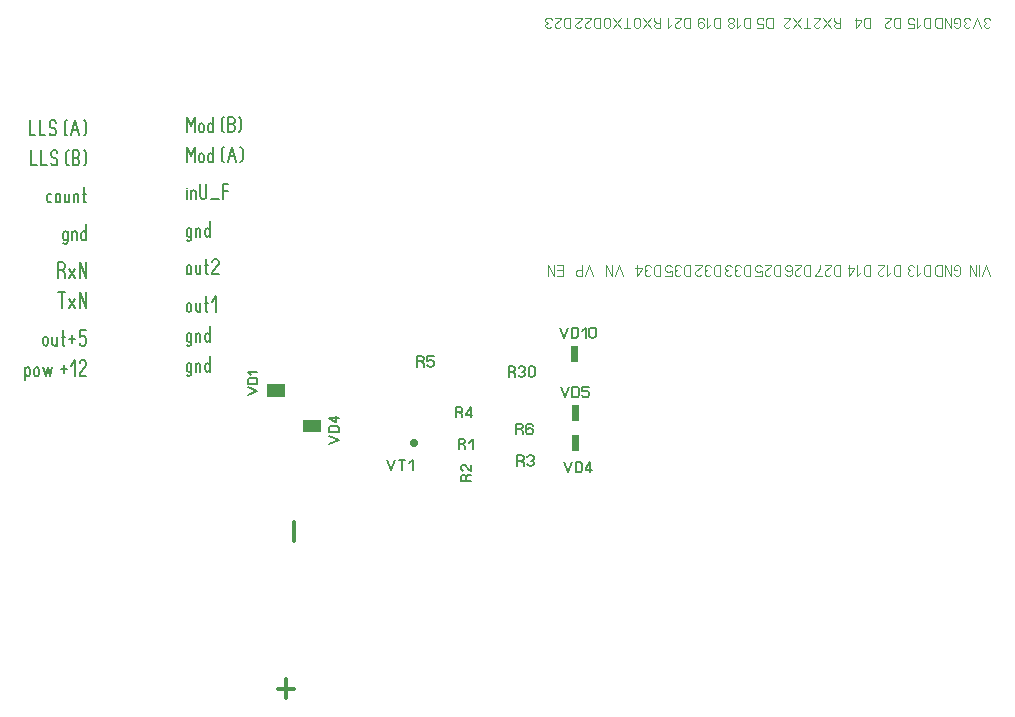
<source format=gbr>
%FSLAX34Y34*%
%MOMM*%
%LNSILK_TOP*%
G71*
G01*
%ADD10C, 0.33*%
%ADD11C, 0.11*%
%ADD12C, 0.00*%
%ADD13C, 0.14*%
%ADD14C, 0.16*%
%ADD15C, 0.70*%
%ADD16C, 0.17*%
%LPD*%
G54D10*
X245297Y190916D02*
X245297Y174916D01*
G54D10*
X238630Y57822D02*
X238630Y41822D01*
G54D10*
X231964Y49822D02*
X245297Y49822D01*
G54D11*
X834587Y399424D02*
X831254Y408313D01*
X827921Y399424D01*
G54D11*
X825476Y408313D02*
X825476Y399424D01*
G54D11*
X823032Y408313D02*
X823032Y399424D01*
X817699Y408313D01*
X817699Y399424D01*
G54D11*
X806520Y403868D02*
X803854Y403868D01*
X803854Y406646D01*
X804521Y407758D01*
X805854Y408313D01*
X807187Y408313D01*
X808521Y407757D01*
X809187Y406646D01*
X809187Y401090D01*
X808521Y399980D01*
X807187Y399424D01*
X805854Y399424D01*
X804521Y399980D01*
X803854Y401091D01*
G54D11*
X801410Y408313D02*
X801410Y399424D01*
X796077Y408313D01*
X796077Y399424D01*
G54D11*
X790300Y408313D02*
X793633Y408313D01*
X793633Y399424D01*
X790300Y399424D01*
X788967Y399980D01*
X788300Y401091D01*
X788300Y406646D01*
X788967Y407758D01*
X790300Y408313D01*
G54D11*
X780454Y408313D02*
X783787Y408313D01*
X783787Y399424D01*
X780454Y399424D01*
X779121Y399980D01*
X778454Y401090D01*
X778454Y406646D01*
X779121Y407758D01*
X780454Y408313D01*
G54D11*
X776010Y402758D02*
X772677Y399424D01*
X772677Y408313D01*
G54D11*
X770233Y401091D02*
X769567Y399980D01*
X768233Y399424D01*
X766900Y399424D01*
X765567Y399980D01*
X764900Y401090D01*
X764900Y402202D01*
X765567Y403313D01*
X766900Y403868D01*
X765567Y404424D01*
X764900Y405535D01*
X764900Y406646D01*
X765567Y407758D01*
X766900Y408313D01*
X768233Y408313D01*
X769567Y407757D01*
X770233Y406646D01*
G54D11*
X755054Y408313D02*
X758387Y408313D01*
X758387Y399424D01*
X755054Y399424D01*
X753721Y399980D01*
X753054Y401090D01*
X753054Y406646D01*
X753721Y407758D01*
X755054Y408313D01*
G54D11*
X750610Y402758D02*
X747277Y399424D01*
X747277Y408313D01*
G54D11*
X739500Y408313D02*
X744833Y408313D01*
X744833Y407758D01*
X744167Y406646D01*
X740167Y403313D01*
X739500Y402202D01*
X739500Y401090D01*
X740167Y399980D01*
X741500Y399424D01*
X742833Y399424D01*
X744167Y399980D01*
X744833Y401090D01*
G54D11*
X729654Y408313D02*
X732987Y408313D01*
X732987Y399424D01*
X729654Y399424D01*
X728321Y399980D01*
X727654Y401090D01*
X727654Y406646D01*
X728321Y407758D01*
X729654Y408313D01*
G54D11*
X725210Y402757D02*
X721877Y399424D01*
X721877Y408313D01*
G54D11*
X715433Y408313D02*
X715433Y399424D01*
X719434Y404980D01*
X719433Y406090D01*
X714100Y406091D01*
G54D11*
X704254Y408313D02*
X707587Y408313D01*
X707587Y399424D01*
X704254Y399424D01*
X702921Y399980D01*
X702254Y401090D01*
X702254Y406646D01*
X702920Y407757D01*
X704254Y408313D01*
G54D11*
X694477Y408313D02*
X699810Y408313D01*
X699810Y407757D01*
X699144Y406646D01*
X695144Y403313D01*
X694477Y402202D01*
X694477Y401091D01*
X695144Y399980D01*
X696477Y399424D01*
X697810Y399424D01*
X699144Y399980D01*
X699810Y401091D01*
G54D11*
X692033Y399424D02*
X686700Y399424D01*
X687367Y400535D01*
X688700Y402202D01*
X690034Y404424D01*
X690700Y406091D01*
X690700Y408313D01*
G54D11*
X678854Y408313D02*
X682187Y408313D01*
X682187Y399424D01*
X678854Y399424D01*
X677521Y399980D01*
X676854Y401091D01*
X676854Y406646D01*
X677521Y407758D01*
X678854Y408313D01*
G54D11*
X669077Y408313D02*
X674410Y408313D01*
X674410Y407757D01*
X673744Y406646D01*
X669744Y403313D01*
X669077Y402202D01*
X669077Y401091D01*
X669744Y399980D01*
X671077Y399424D01*
X672410Y399424D01*
X673744Y399980D01*
X674410Y401091D01*
G54D11*
X661300Y401090D02*
X661967Y399980D01*
X663300Y399424D01*
X664633Y399424D01*
X665967Y399980D01*
X666633Y401090D01*
X666633Y403868D01*
X666633Y404424D01*
X664633Y403313D01*
X663300Y403313D01*
X661967Y403868D01*
X661300Y404980D01*
X661300Y406646D01*
X661967Y407758D01*
X663300Y408313D01*
X664633Y408313D01*
X665967Y407758D01*
X666633Y406646D01*
X666633Y403868D01*
G54D11*
X653454Y408313D02*
X656787Y408313D01*
X656787Y399424D01*
X653454Y399424D01*
X652121Y399980D01*
X651454Y401091D01*
X651454Y406646D01*
X652120Y407758D01*
X653454Y408313D01*
G54D11*
X643677Y408313D02*
X649010Y408313D01*
X649010Y407758D01*
X648344Y406646D01*
X644344Y403313D01*
X643677Y402202D01*
X643677Y401090D01*
X644344Y399980D01*
X645677Y399424D01*
X647010Y399424D01*
X648343Y399980D01*
X649010Y401091D01*
G54D11*
X635900Y399424D02*
X641233Y399424D01*
X641233Y403313D01*
X640566Y403313D01*
X639233Y402758D01*
X637900Y402758D01*
X636566Y403313D01*
X635900Y404424D01*
X635900Y406646D01*
X636566Y407758D01*
X637900Y408313D01*
X639233Y408313D01*
X640566Y407757D01*
X641233Y406646D01*
G54D11*
X628054Y408313D02*
X631387Y408313D01*
X631387Y399424D01*
X628054Y399424D01*
X626721Y399980D01*
X626054Y401091D01*
X626054Y406646D01*
X626720Y407757D01*
X628054Y408313D01*
G54D11*
X623610Y401090D02*
X622944Y399980D01*
X621610Y399424D01*
X620277Y399424D01*
X618944Y399980D01*
X618277Y401091D01*
X618277Y402202D01*
X618944Y403313D01*
X620277Y403868D01*
X618944Y404424D01*
X618277Y405535D01*
X618277Y406646D01*
X618944Y407758D01*
X620277Y408313D01*
X621610Y408313D01*
X622944Y407757D01*
X623610Y406646D01*
G54D11*
X615833Y401090D02*
X615166Y399980D01*
X613833Y399424D01*
X612500Y399424D01*
X611167Y399980D01*
X610500Y401090D01*
X610500Y402202D01*
X611167Y403313D01*
X612500Y403868D01*
X611167Y404424D01*
X610500Y405535D01*
X610500Y406646D01*
X611166Y407757D01*
X612500Y408313D01*
X613833Y408313D01*
X615167Y407758D01*
X615833Y406646D01*
G54D11*
X602654Y408313D02*
X605988Y408313D01*
X605987Y399424D01*
X602654Y399424D01*
X601321Y399980D01*
X600654Y401090D01*
X600654Y406646D01*
X601321Y407758D01*
X602654Y408313D01*
G54D11*
X598210Y401091D02*
X597544Y399980D01*
X596210Y399424D01*
X594877Y399424D01*
X593544Y399980D01*
X592877Y401090D01*
X592877Y402202D01*
X593544Y403313D01*
X594877Y403868D01*
X593544Y404424D01*
X592877Y405536D01*
X592877Y406646D01*
X593544Y407758D01*
X594877Y408313D01*
X596210Y408313D01*
X597544Y407758D01*
X598210Y406646D01*
G54D11*
X585100Y408313D02*
X590433Y408313D01*
X590433Y407758D01*
X589767Y406646D01*
X585767Y403313D01*
X585100Y402202D01*
X585100Y401091D01*
X585767Y399980D01*
X587100Y399424D01*
X588433Y399424D01*
X589767Y399980D01*
X590433Y401090D01*
G54D11*
X577254Y408313D02*
X580587Y408313D01*
X580587Y399424D01*
X577254Y399424D01*
X575921Y399980D01*
X575254Y401091D01*
X575254Y406646D01*
X575921Y407758D01*
X577254Y408313D01*
G54D11*
X572810Y401090D02*
X572144Y399980D01*
X570810Y399424D01*
X569477Y399424D01*
X568144Y399980D01*
X567477Y401090D01*
X567477Y402202D01*
X568144Y403313D01*
X569477Y403869D01*
X568144Y404424D01*
X567477Y405535D01*
X567477Y406646D01*
X568144Y407758D01*
X569477Y408313D01*
X570810Y408313D01*
X572144Y407758D01*
X572810Y406646D01*
G54D11*
X559700Y399424D02*
X565033Y399424D01*
X565033Y403313D01*
X564367Y403313D01*
X563034Y402758D01*
X561700Y402758D01*
X560367Y403313D01*
X559700Y404424D01*
X559700Y406646D01*
X560367Y407757D01*
X561700Y408313D01*
X563033Y408313D01*
X564367Y407758D01*
X565033Y406646D01*
G54D11*
X551854Y408313D02*
X555187Y408313D01*
X555187Y399424D01*
X551854Y399424D01*
X550520Y399980D01*
X549854Y401091D01*
X549854Y406646D01*
X550521Y407758D01*
X551854Y408313D01*
G54D11*
X547410Y401090D02*
X546744Y399980D01*
X545410Y399424D01*
X544077Y399424D01*
X542744Y399980D01*
X542077Y401090D01*
X542077Y402202D01*
X542744Y403313D01*
X544077Y403869D01*
X542744Y404424D01*
X542077Y405535D01*
X542077Y406646D01*
X542744Y407757D01*
X544077Y408313D01*
X545410Y408313D01*
X546744Y407758D01*
X547410Y406646D01*
G54D11*
X535633Y408313D02*
X535633Y399424D01*
X539633Y404980D01*
X539633Y406091D01*
X534300Y406091D01*
G54D11*
X523437Y399424D02*
X520104Y408313D01*
X516771Y399424D01*
G54D11*
X514326Y408313D02*
X514326Y399424D01*
X508993Y408313D01*
X508993Y399424D01*
G54D11*
X498037Y399424D02*
X494704Y408313D01*
X491371Y399424D01*
G54D11*
X488926Y408313D02*
X488926Y399424D01*
X485593Y399424D01*
X484260Y399980D01*
X483593Y401091D01*
X483593Y402202D01*
X484260Y403313D01*
X485593Y403868D01*
X488926Y403869D01*
G54D11*
X467971Y408313D02*
X472637Y408313D01*
X472637Y399424D01*
X467971Y399424D01*
G54D11*
X472637Y403868D02*
X467971Y403868D01*
G54D11*
X465526Y408313D02*
X465526Y399424D01*
X460193Y408313D01*
X460193Y399424D01*
G54D11*
X834587Y610641D02*
X833921Y609530D01*
X832587Y608974D01*
X831254Y608974D01*
X829921Y609530D01*
X829254Y610641D01*
X829254Y611752D01*
X829920Y612863D01*
X831254Y613419D01*
X829921Y613974D01*
X829254Y615085D01*
X829254Y616196D01*
X829920Y617308D01*
X831254Y617863D01*
X832587Y617863D01*
X833921Y617307D01*
X834587Y616196D01*
G54D11*
X826810Y608974D02*
X823477Y617863D01*
X820144Y608974D01*
G54D11*
X817699Y610640D02*
X817033Y609530D01*
X815699Y608974D01*
X814366Y608974D01*
X813033Y609530D01*
X812366Y610641D01*
X812366Y611752D01*
X813033Y612863D01*
X814366Y613418D01*
X813033Y613974D01*
X812366Y615085D01*
X812366Y616196D01*
X813033Y617307D01*
X814366Y617863D01*
X815699Y617863D01*
X817033Y617308D01*
X817699Y616196D01*
G54D11*
X806521Y613418D02*
X803854Y613419D01*
X803854Y616196D01*
X804520Y617308D01*
X805854Y617863D01*
X807187Y617863D01*
X808521Y617308D01*
X809187Y616196D01*
X809187Y610641D01*
X808521Y609530D01*
X807187Y608974D01*
X805854Y608974D01*
X804521Y609530D01*
X803854Y610641D01*
G54D11*
X801410Y617863D02*
X801410Y608974D01*
X796077Y617863D01*
X796077Y608974D01*
G54D11*
X790300Y617863D02*
X793633Y617863D01*
X793633Y608974D01*
X790300Y608974D01*
X788967Y609530D01*
X788300Y610641D01*
X788300Y616196D01*
X788966Y617308D01*
X790300Y617863D01*
G54D11*
X780454Y617863D02*
X783787Y617863D01*
X783787Y608974D01*
X780454Y608974D01*
X779121Y609530D01*
X778454Y610641D01*
X778454Y616196D01*
X779121Y617308D01*
X780454Y617863D01*
G54D11*
X776010Y612308D02*
X772677Y608974D01*
X772677Y617863D01*
G54D11*
X764900Y608974D02*
X770233Y608974D01*
X770233Y612863D01*
X769567Y612863D01*
X768233Y612308D01*
X766900Y612307D01*
X765567Y612863D01*
X764900Y613974D01*
X764900Y616196D01*
X765567Y617308D01*
X766900Y617863D01*
X768233Y617863D01*
X769566Y617308D01*
X770233Y616196D01*
G54D11*
X755054Y617863D02*
X758387Y617863D01*
X758387Y608974D01*
X755054Y608974D01*
X753721Y609530D01*
X753054Y610641D01*
X753054Y616196D01*
X753721Y617308D01*
X755054Y617863D01*
G54D11*
X745277Y617863D02*
X750610Y617863D01*
X750610Y617308D01*
X749944Y616196D01*
X745944Y612863D01*
X745277Y611752D01*
X745277Y610641D01*
X745944Y609530D01*
X747277Y608974D01*
X748610Y608974D01*
X749944Y609530D01*
X750610Y610641D01*
G54D11*
X729654Y617863D02*
X732987Y617863D01*
X732987Y608974D01*
X729654Y608974D01*
X728321Y609530D01*
X727654Y610641D01*
X727654Y616196D01*
X728321Y617308D01*
X729654Y617863D01*
G54D11*
X721210Y617863D02*
X721210Y608974D01*
X725210Y614530D01*
X725210Y615641D01*
X719877Y615641D01*
G54D11*
X704921Y613418D02*
X702921Y614530D01*
X702254Y615641D01*
X702254Y617863D01*
G54D11*
X707587Y617863D02*
X707587Y608974D01*
X704254Y608974D01*
X702921Y609530D01*
X702254Y610641D01*
X702254Y611752D01*
X702921Y612863D01*
X704254Y613418D01*
X707587Y613418D01*
G54D11*
X699810Y608974D02*
X693144Y617863D01*
G54D11*
X699810Y617863D02*
X693144Y608974D01*
G54D11*
X685366Y617863D02*
X690699Y617863D01*
X690699Y617308D01*
X690033Y616196D01*
X686033Y612863D01*
X685366Y611752D01*
X685366Y610641D01*
X686033Y609530D01*
X687366Y608974D01*
X688700Y608974D01*
X690033Y609530D01*
X690699Y610641D01*
G54D11*
X679521Y617863D02*
X679521Y608974D01*
G54D11*
X682187Y608974D02*
X676854Y608974D01*
G54D11*
X674410Y608974D02*
X667744Y617863D01*
G54D11*
X674410Y617863D02*
X667744Y608974D01*
G54D11*
X659966Y617863D02*
X665299Y617863D01*
X665299Y617308D01*
X664633Y616196D01*
X660633Y612863D01*
X659966Y611752D01*
X659966Y610641D01*
X660633Y609530D01*
X661966Y608974D01*
X663299Y608974D01*
X664633Y609530D01*
X665299Y610641D01*
G54D11*
X647104Y617863D02*
X650437Y617863D01*
X650437Y608974D01*
X647104Y608974D01*
X645770Y609530D01*
X645104Y610641D01*
X645104Y616196D01*
X645770Y617308D01*
X647104Y617863D01*
G54D11*
X637327Y608974D02*
X642660Y608974D01*
X642660Y612863D01*
X641994Y612863D01*
X640660Y612308D01*
X639327Y612308D01*
X637994Y612863D01*
X637327Y613974D01*
X637327Y616196D01*
X637993Y617308D01*
X639327Y617863D01*
X640660Y617863D01*
X641994Y617308D01*
X642660Y616196D01*
G54D11*
X628054Y617863D02*
X631387Y617863D01*
X631387Y608974D01*
X628054Y608974D01*
X626721Y609530D01*
X626054Y610641D01*
X626054Y616196D01*
X626720Y617308D01*
X628054Y617863D01*
G54D11*
X623610Y612308D02*
X620277Y608974D01*
X620277Y617863D01*
G54D11*
X613167Y612863D02*
X614500Y613418D01*
X615833Y613418D01*
X617167Y612863D01*
X617833Y611752D01*
X617833Y610641D01*
X617167Y609530D01*
X615833Y608974D01*
X614500Y608974D01*
X613167Y609530D01*
X612500Y610641D01*
X612500Y611752D01*
X613167Y612863D01*
G54D11*
X614500Y613418D02*
X613167Y613974D01*
X612500Y615085D01*
X612500Y616196D01*
X613166Y617308D01*
X614500Y617863D01*
X615833Y617863D01*
X617167Y617308D01*
X617833Y616196D01*
X617833Y615085D01*
X617167Y613974D01*
X615833Y613418D01*
G54D11*
X602654Y617863D02*
X605988Y617863D01*
X605987Y608974D01*
X602654Y608974D01*
X601321Y609530D01*
X600654Y610641D01*
X600654Y616196D01*
X601321Y617308D01*
X602654Y617863D01*
G54D11*
X598210Y612308D02*
X594877Y608974D01*
X594877Y617863D01*
G54D11*
X592433Y616196D02*
X591767Y617307D01*
X590433Y617863D01*
X589100Y617863D01*
X587767Y617308D01*
X587100Y616196D01*
X587100Y613419D01*
X587100Y612863D01*
X589100Y613974D01*
X590433Y613974D01*
X591767Y613418D01*
X592434Y612308D01*
X592433Y610641D01*
X591767Y609530D01*
X590433Y608974D01*
X589100Y608974D01*
X587767Y609530D01*
X587100Y610641D01*
X587100Y613419D01*
G54D11*
X577254Y617863D02*
X580587Y617863D01*
X580587Y608974D01*
X577254Y608974D01*
X575921Y609530D01*
X575254Y610641D01*
X575254Y616196D01*
X575921Y617308D01*
X577254Y617863D01*
G54D11*
X567477Y617863D02*
X572810Y617863D01*
X572810Y617308D01*
X572144Y616196D01*
X568144Y612863D01*
X567477Y611752D01*
X567477Y610641D01*
X568144Y609530D01*
X569477Y608974D01*
X570810Y608974D01*
X572144Y609530D01*
X572810Y610641D01*
G54D11*
X565033Y612308D02*
X561700Y608974D01*
X561700Y617863D01*
G54D11*
X552521Y613418D02*
X550520Y614530D01*
X549854Y615640D01*
X549854Y617863D01*
G54D11*
X555187Y617863D02*
X555187Y608974D01*
X551854Y608974D01*
X550521Y609530D01*
X549854Y610641D01*
X549854Y611752D01*
X550521Y612863D01*
X551854Y613418D01*
X555187Y613418D01*
G54D11*
X547410Y608974D02*
X540744Y617863D01*
G54D11*
X547410Y617863D02*
X540744Y608974D01*
G54D11*
X533633Y609530D02*
X532966Y610641D01*
X532966Y616196D01*
X533633Y617308D01*
X534966Y617863D01*
X536299Y617863D01*
X537633Y617308D01*
X538299Y616196D01*
X538299Y610641D01*
X537633Y609530D01*
X536299Y608974D01*
X534966Y608974D01*
X533633Y609530D01*
G54D11*
X527121Y617863D02*
X527121Y608974D01*
G54D11*
X529787Y608974D02*
X524454Y608974D01*
G54D11*
X522010Y608974D02*
X515344Y617863D01*
G54D11*
X522010Y617863D02*
X515344Y608974D01*
G54D11*
X508233Y609530D02*
X507566Y610641D01*
X507566Y616196D01*
X508233Y617308D01*
X509566Y617863D01*
X510899Y617863D01*
X512233Y617308D01*
X512899Y616196D01*
X512899Y610641D01*
X512232Y609530D01*
X510899Y608974D01*
X509566Y608974D01*
X508233Y609530D01*
G54D11*
X501054Y617863D02*
X504387Y617863D01*
X504387Y608974D01*
X501054Y608974D01*
X499721Y609530D01*
X499054Y610641D01*
X499054Y616196D01*
X499721Y617308D01*
X501054Y617863D01*
G54D11*
X491277Y617863D02*
X496610Y617863D01*
X496610Y617308D01*
X495944Y616196D01*
X491944Y612863D01*
X491277Y611752D01*
X491277Y610641D01*
X491944Y609530D01*
X493277Y608974D01*
X494610Y608974D01*
X495944Y609530D01*
X496610Y610641D01*
G54D11*
X483500Y617863D02*
X488833Y617863D01*
X488833Y617308D01*
X488167Y616196D01*
X484167Y612863D01*
X483500Y611752D01*
X483500Y610641D01*
X484167Y609530D01*
X485500Y608974D01*
X486833Y608974D01*
X488167Y609530D01*
X488833Y610641D01*
G54D11*
X475654Y617863D02*
X478987Y617863D01*
X478987Y608974D01*
X475654Y608974D01*
X474321Y609530D01*
X473654Y610641D01*
X473654Y616196D01*
X474321Y617308D01*
X475654Y617863D01*
G54D11*
X465877Y617863D02*
X471210Y617863D01*
X471210Y617308D01*
X470544Y616196D01*
X466544Y612863D01*
X465877Y611752D01*
X465877Y610641D01*
X466544Y609530D01*
X467877Y608974D01*
X469210Y608974D01*
X470544Y609530D01*
X471210Y610641D01*
G54D11*
X463433Y610641D02*
X462767Y609530D01*
X461433Y608974D01*
X460100Y608974D01*
X458767Y609530D01*
X458100Y610641D01*
X458100Y611752D01*
X458767Y612863D01*
X460100Y613418D01*
X458767Y613974D01*
X458100Y615085D01*
X458100Y616196D01*
X458767Y617308D01*
X460100Y617863D01*
X461433Y617863D01*
X462766Y617308D01*
X463433Y616196D01*
G36*
X236370Y297261D02*
X222369Y297261D01*
X222369Y307261D01*
X236370Y307261D01*
X236370Y297261D01*
G37*
G54D12*
X236370Y297261D02*
X222369Y297261D01*
X222369Y307261D01*
X236370Y307261D01*
X236370Y297261D01*
G54D13*
X206165Y298712D02*
X214165Y301712D01*
X206165Y304712D01*
G54D13*
X214165Y310512D02*
X214165Y307512D01*
X206165Y307512D01*
X206165Y310512D01*
X206665Y311712D01*
X207665Y312312D01*
X212665Y312312D01*
X213665Y311712D01*
X214165Y310512D01*
G54D13*
X209165Y315112D02*
X206165Y318112D01*
X214165Y318112D01*
G36*
X253151Y277443D02*
X267151Y277443D01*
X267151Y267443D01*
X253151Y267443D01*
X253151Y277443D01*
G37*
G54D12*
X253151Y277443D02*
X267151Y277443D01*
X267151Y267443D01*
X253151Y267443D01*
X253151Y277443D01*
G54D14*
X274468Y256944D02*
X283357Y260277D01*
X274468Y263611D01*
G54D14*
X283357Y270055D02*
X283357Y266722D01*
X274468Y266722D01*
X274468Y270055D01*
X275023Y271389D01*
X276134Y272055D01*
X281690Y272055D01*
X282801Y271389D01*
X283357Y270055D01*
G54D14*
X283357Y279166D02*
X274468Y279166D01*
X280023Y275166D01*
X281134Y275166D01*
X281134Y280499D01*
X346400Y257500D02*
G54D15*
D03*
G54D14*
X324106Y243725D02*
X327439Y234836D01*
X330773Y243725D01*
G54D14*
X336551Y234836D02*
X336551Y243725D01*
G54D14*
X333884Y243725D02*
X339217Y243725D01*
G54D14*
X342328Y240392D02*
X345661Y243725D01*
X345661Y234836D01*
G54D14*
X352416Y326832D02*
X354416Y325720D01*
X355083Y324610D01*
X355083Y322387D01*
G54D14*
X349750Y322387D02*
X349750Y331276D01*
X353083Y331276D01*
X354416Y330720D01*
X355083Y329610D01*
X355083Y328498D01*
X354416Y327387D01*
X353083Y326832D01*
X349750Y326832D01*
G54D14*
X363527Y331276D02*
X358194Y331276D01*
X358194Y327387D01*
X358860Y327387D01*
X360194Y327943D01*
X361527Y327943D01*
X362860Y327387D01*
X363527Y326276D01*
X363527Y324054D01*
X362860Y322943D01*
X361527Y322387D01*
X360194Y322387D01*
X358860Y322943D01*
X358194Y324054D01*
G54D14*
X385104Y283764D02*
X387104Y282653D01*
X387771Y281542D01*
X387771Y279320D01*
G54D14*
X382438Y279320D02*
X382438Y288209D01*
X385771Y288209D01*
X387104Y287653D01*
X387771Y286542D01*
X387771Y285431D01*
X387104Y284320D01*
X385771Y283764D01*
X382438Y283764D01*
G54D14*
X394882Y279320D02*
X394882Y288209D01*
X390882Y282653D01*
X390882Y281542D01*
X396215Y281542D01*
G54D14*
X387275Y256910D02*
X389275Y255800D01*
X389942Y254688D01*
X389942Y252466D01*
G54D14*
X384608Y252466D02*
X384608Y261355D01*
X387942Y261355D01*
X389275Y260800D01*
X389942Y259688D01*
X389942Y258577D01*
X389275Y257466D01*
X387942Y256910D01*
X384608Y256910D01*
G54D14*
X393052Y258022D02*
X396386Y261355D01*
X396386Y252466D01*
G54D14*
X390939Y228241D02*
X392050Y230241D01*
X393161Y230908D01*
X395383Y230908D01*
G54D14*
X395383Y225574D02*
X386494Y225574D01*
X386494Y228908D01*
X387050Y230241D01*
X388161Y230908D01*
X389272Y230908D01*
X390383Y230241D01*
X390939Y228908D01*
X390939Y225574D01*
G54D14*
X395383Y239352D02*
X395383Y234018D01*
X394828Y234018D01*
X393716Y234685D01*
X390383Y238685D01*
X389272Y239352D01*
X388161Y239352D01*
X387050Y238685D01*
X386494Y237352D01*
X386494Y236018D01*
X387050Y234685D01*
X388161Y234018D01*
G54D14*
X436925Y242739D02*
X438925Y241628D01*
X439591Y240517D01*
X439591Y238294D01*
G54D14*
X434258Y238294D02*
X434258Y247183D01*
X437591Y247183D01*
X438925Y246628D01*
X439591Y245517D01*
X439591Y244406D01*
X438925Y243294D01*
X437591Y242739D01*
X434258Y242739D01*
G54D14*
X442702Y245517D02*
X443369Y246628D01*
X444702Y247183D01*
X446035Y247183D01*
X447369Y246628D01*
X448035Y245517D01*
X448035Y244406D01*
X447369Y243294D01*
X446035Y242739D01*
X447369Y242183D01*
X448035Y241072D01*
X448035Y239961D01*
X447369Y238850D01*
X446035Y238294D01*
X444702Y238294D01*
X443369Y238850D01*
X442702Y239961D01*
G36*
X480480Y251471D02*
X480480Y264171D01*
X486080Y264171D01*
X486080Y251471D01*
X480480Y251471D01*
G37*
G54D12*
X480480Y251471D02*
X480480Y264171D01*
X486080Y264171D01*
X486080Y251471D01*
X480480Y251471D01*
G54D14*
X473989Y241680D02*
X477323Y232791D01*
X480656Y241680D01*
G54D14*
X487101Y232791D02*
X483767Y232791D01*
X483767Y241680D01*
X487101Y241680D01*
X488434Y241124D01*
X489101Y240013D01*
X489101Y234458D01*
X488434Y233346D01*
X487101Y232791D01*
G54D14*
X496211Y232791D02*
X496211Y241680D01*
X492211Y236124D01*
X492211Y235013D01*
X497545Y235013D01*
G54D14*
X429535Y318158D02*
X431535Y317047D01*
X432202Y315936D01*
X432202Y313714D01*
G54D14*
X426869Y313714D02*
X426869Y322603D01*
X430202Y322603D01*
X431535Y322047D01*
X432202Y320936D01*
X432202Y319825D01*
X431535Y318714D01*
X430202Y318158D01*
X426869Y318158D01*
G54D14*
X435313Y320936D02*
X435979Y322047D01*
X437313Y322603D01*
X438646Y322603D01*
X439979Y322047D01*
X440646Y320936D01*
X440646Y319825D01*
X439979Y318714D01*
X438646Y318158D01*
X439979Y317603D01*
X440646Y316492D01*
X440646Y315381D01*
X439979Y314270D01*
X438646Y313714D01*
X437313Y313714D01*
X435979Y314270D01*
X435313Y315381D01*
G54D14*
X448423Y322047D02*
X449090Y320936D01*
X449090Y315381D01*
X448423Y314270D01*
X447090Y313714D01*
X445757Y313714D01*
X444423Y314270D01*
X443757Y315381D01*
X443757Y320936D01*
X444423Y322047D01*
X445757Y322603D01*
X447090Y322603D01*
X448423Y322047D01*
G36*
X479405Y339999D02*
X479405Y327299D01*
X485005Y327299D01*
X485005Y339999D01*
X479405Y339999D01*
G37*
G54D12*
X479405Y339999D02*
X479405Y327299D01*
X485005Y327299D01*
X485005Y339999D01*
X479405Y339999D01*
G54D14*
X470505Y355468D02*
X473838Y346579D01*
X477172Y355468D01*
G54D14*
X483616Y346579D02*
X480283Y346579D01*
X480283Y355468D01*
X483616Y355468D01*
X484950Y354912D01*
X485616Y353801D01*
X485616Y348246D01*
X484950Y347134D01*
X483616Y346579D01*
G54D14*
X488727Y352134D02*
X492060Y355468D01*
X492060Y346579D01*
G54D14*
X499838Y354912D02*
X500504Y353801D01*
X500504Y348246D01*
X499838Y347134D01*
X498504Y346579D01*
X497171Y346579D01*
X495838Y347134D01*
X495171Y348246D01*
X495171Y353801D01*
X495838Y354912D01*
X497171Y355468D01*
X498504Y355468D01*
X499838Y354912D01*
G54D14*
X436244Y269499D02*
X438244Y268388D01*
X438910Y267277D01*
X438910Y265055D01*
G54D14*
X433577Y265055D02*
X433577Y273944D01*
X436910Y273944D01*
X438244Y273388D01*
X438910Y272277D01*
X438910Y271166D01*
X438244Y270055D01*
X436910Y269499D01*
X433577Y269499D01*
G54D14*
X447354Y272277D02*
X446688Y273388D01*
X445354Y273944D01*
X444021Y273944D01*
X442688Y273388D01*
X442021Y272277D01*
X442021Y269499D01*
X442021Y268944D01*
X444021Y270055D01*
X445354Y270055D01*
X446688Y269499D01*
X447354Y268388D01*
X447354Y266722D01*
X446688Y265610D01*
X445354Y265055D01*
X444021Y265055D01*
X442688Y265610D01*
X442021Y266722D01*
X442021Y269499D01*
G36*
X480480Y276871D02*
X480480Y289571D01*
X486080Y289571D01*
X486080Y276871D01*
X480480Y276871D01*
G37*
G54D12*
X480480Y276871D02*
X480480Y289571D01*
X486080Y289571D01*
X486080Y276871D01*
X480480Y276871D01*
G54D14*
X471210Y305280D02*
X474544Y296391D01*
X477877Y305280D01*
G54D14*
X484322Y296391D02*
X480988Y296391D01*
X480988Y305280D01*
X484322Y305280D01*
X485655Y304724D01*
X486322Y303613D01*
X486322Y298057D01*
X485655Y296946D01*
X484322Y296391D01*
G54D14*
X494766Y305280D02*
X489432Y305280D01*
X489432Y301391D01*
X490099Y301391D01*
X491432Y301946D01*
X492766Y301946D01*
X494099Y301391D01*
X494766Y300280D01*
X494766Y298057D01*
X494099Y296946D01*
X492766Y296391D01*
X491432Y296391D01*
X490099Y296946D01*
X489432Y298057D01*
G54D16*
X17608Y321881D02*
X17608Y311047D01*
G54D16*
X17608Y316881D02*
X18275Y314714D01*
X19608Y314381D01*
X20941Y314714D01*
X21608Y316381D01*
X21608Y319714D01*
X20941Y321381D01*
X19608Y321881D01*
X18275Y321381D01*
X17608Y319381D01*
G54D16*
X28608Y314714D02*
X29275Y316381D01*
X29275Y319714D01*
X28608Y321381D01*
X27275Y321881D01*
X25942Y321381D01*
X25275Y319714D01*
X25275Y316381D01*
X25942Y314714D01*
X27275Y314381D01*
X28608Y314714D01*
G54D16*
X32942Y321881D02*
X34942Y314381D01*
X36942Y321881D01*
X38942Y314381D01*
X40275Y321881D01*
G54D16*
X47742Y320214D02*
X53075Y320214D01*
G54D16*
X50409Y323547D02*
X50409Y316881D01*
G54D16*
X56742Y322714D02*
X60075Y327714D01*
X60075Y314381D01*
G54D16*
X69075Y314381D02*
X63742Y314381D01*
X63742Y315214D01*
X64409Y316881D01*
X68409Y321881D01*
X69075Y323547D01*
X69075Y325214D01*
X68409Y326881D01*
X67075Y327714D01*
X65742Y327714D01*
X64409Y326881D01*
X63742Y325214D01*
G54D16*
X36407Y340485D02*
X37073Y342152D01*
X37073Y345485D01*
X36407Y347152D01*
X35073Y347652D01*
X33740Y347152D01*
X33073Y345485D01*
X33073Y342152D01*
X33740Y340485D01*
X35073Y340152D01*
X36407Y340485D01*
G54D16*
X44740Y347652D02*
X44740Y340152D01*
G54D16*
X44740Y341819D02*
X44074Y340485D01*
X42740Y340152D01*
X41407Y340485D01*
X40740Y341819D01*
X40740Y347652D01*
G54D16*
X49741Y353485D02*
X49741Y340985D01*
X50407Y340152D01*
X51074Y340485D01*
G54D16*
X48407Y347652D02*
X51074Y347652D01*
G54D16*
X54741Y345985D02*
X60075Y345985D01*
G54D16*
X57408Y349319D02*
X57408Y342652D01*
G54D16*
X69075Y353485D02*
X63741Y353485D01*
X63741Y347652D01*
X64408Y347652D01*
X65741Y348485D01*
X67075Y348485D01*
X68408Y347652D01*
X69075Y345985D01*
X69075Y342652D01*
X68408Y340985D01*
X67075Y340152D01*
X65741Y340152D01*
X64408Y340985D01*
X63741Y342652D01*
G54D16*
X154373Y463984D02*
X154373Y471484D01*
G54D16*
X154373Y473984D02*
X154373Y473984D01*
G54D16*
X158040Y463984D02*
X158040Y471484D01*
G54D16*
X158040Y469818D02*
X158707Y470984D01*
X160040Y471484D01*
X161374Y470984D01*
X162040Y469818D01*
X162040Y463984D01*
G54D16*
X165707Y477318D02*
X165707Y466484D01*
X166374Y464818D01*
X167707Y463984D01*
X169040Y463984D01*
X170374Y464818D01*
X171040Y466484D01*
X171040Y477318D01*
G54D16*
X174707Y463984D02*
X181374Y463984D01*
G54D16*
X185041Y463984D02*
X185041Y477318D01*
X189708Y477318D01*
G54D16*
X185041Y470651D02*
X189708Y470651D01*
G54D16*
X48408Y404066D02*
X50408Y402400D01*
X51075Y400733D01*
X51075Y397400D01*
G54D16*
X45742Y397400D02*
X45742Y410733D01*
X49075Y410733D01*
X50408Y409900D01*
X51075Y408233D01*
X51075Y406566D01*
X50408Y404900D01*
X49075Y404066D01*
X45742Y404066D01*
G54D16*
X54742Y404900D02*
X60075Y397400D01*
G54D16*
X54742Y397400D02*
X60075Y404900D01*
G54D16*
X63742Y397400D02*
X63742Y410733D01*
X69075Y397400D01*
X69075Y410733D01*
G54D16*
X48408Y372000D02*
X48408Y385333D01*
G54D16*
X45742Y385333D02*
X51075Y385333D01*
G54D16*
X54742Y379500D02*
X60075Y372000D01*
G54D16*
X54742Y372000D02*
X60075Y379500D01*
G54D16*
X63742Y372000D02*
X63742Y385333D01*
X69075Y372000D01*
X69075Y385333D01*
G54D16*
X39742Y468321D02*
X38409Y468821D01*
X37076Y468321D01*
X36409Y466654D01*
X36409Y463321D01*
X37076Y461654D01*
X38409Y461321D01*
X39742Y461654D01*
G54D16*
X46742Y461654D02*
X47409Y463321D01*
X47409Y466654D01*
X46742Y468321D01*
X45409Y468821D01*
X44076Y468321D01*
X43409Y466654D01*
X43409Y463321D01*
X44076Y461654D01*
X45409Y461321D01*
X46742Y461654D01*
G54D16*
X55076Y468821D02*
X55076Y461321D01*
G54D16*
X55076Y462988D02*
X54409Y461654D01*
X53076Y461321D01*
X51743Y461654D01*
X51076Y462988D01*
X51076Y468821D01*
G54D16*
X58743Y461321D02*
X58743Y468821D01*
G54D16*
X58743Y467154D02*
X59410Y468321D01*
X60743Y468821D01*
X62076Y468321D01*
X62743Y467154D01*
X62743Y461321D01*
G54D16*
X67743Y474654D02*
X67743Y462154D01*
X68410Y461321D01*
X69077Y461654D01*
G54D16*
X66410Y468821D02*
X69077Y468821D01*
G54D16*
X49741Y427071D02*
X51074Y426238D01*
X52008Y426238D01*
X53341Y427071D01*
X53741Y428738D01*
X53741Y437071D01*
G54D16*
X53741Y434904D02*
X53074Y436571D01*
X51741Y437071D01*
X50408Y436571D01*
X49741Y434904D01*
X49741Y431571D01*
X50408Y429904D01*
X51741Y429571D01*
X53074Y429904D01*
X53741Y431571D01*
G54D16*
X57408Y429571D02*
X57408Y437071D01*
G54D16*
X57408Y435404D02*
X58075Y436571D01*
X59408Y437071D01*
X60741Y436571D01*
X61408Y435404D01*
X61408Y429571D01*
G54D16*
X69075Y429571D02*
X69075Y442904D01*
G54D16*
X69075Y434904D02*
X68408Y436571D01*
X67075Y437071D01*
X65742Y436571D01*
X65075Y434904D01*
X65075Y431571D01*
X65742Y429904D01*
X67075Y429571D01*
X68408Y429904D01*
X69075Y431571D01*
G54D16*
X154373Y315434D02*
X155706Y314601D01*
X156640Y314601D01*
X157973Y315434D01*
X158373Y317101D01*
X158373Y325434D01*
G54D16*
X158373Y323268D02*
X157706Y324934D01*
X156373Y325434D01*
X155040Y324934D01*
X154373Y323268D01*
X154373Y319934D01*
X155040Y318268D01*
X156373Y317934D01*
X157706Y318268D01*
X158373Y319934D01*
G54D16*
X162040Y317934D02*
X162040Y325434D01*
G54D16*
X162040Y323768D02*
X162707Y324934D01*
X164040Y325434D01*
X165373Y324934D01*
X166040Y323768D01*
X166040Y317934D01*
G54D16*
X173707Y317934D02*
X173707Y331268D01*
G54D16*
X173707Y323268D02*
X173040Y324934D01*
X171707Y325434D01*
X170374Y324934D01*
X169707Y323268D01*
X169707Y319934D01*
X170374Y318268D01*
X171707Y317934D01*
X173040Y318268D01*
X173707Y319934D01*
G54D16*
X154373Y340834D02*
X155706Y340001D01*
X156640Y340001D01*
X157973Y340834D01*
X158373Y342501D01*
X158373Y350834D01*
G54D16*
X158373Y348668D02*
X157706Y350334D01*
X156373Y350834D01*
X155040Y350334D01*
X154373Y348668D01*
X154373Y345334D01*
X155040Y343668D01*
X156373Y343334D01*
X157706Y343668D01*
X158373Y345334D01*
G54D16*
X162040Y343334D02*
X162040Y350834D01*
G54D16*
X162040Y349168D02*
X162707Y350334D01*
X164040Y350834D01*
X165373Y350334D01*
X166040Y349168D01*
X166040Y343334D01*
G54D16*
X173707Y343334D02*
X173707Y356668D01*
G54D16*
X173707Y348668D02*
X173040Y350334D01*
X171707Y350834D01*
X170374Y350334D01*
X169707Y348668D01*
X169707Y345334D01*
X170374Y343668D01*
X171707Y343334D01*
X173040Y343668D01*
X173707Y345334D01*
G54D16*
X157706Y369068D02*
X158373Y370734D01*
X158373Y374068D01*
X157706Y375734D01*
X156373Y376234D01*
X155040Y375734D01*
X154373Y374068D01*
X154373Y370734D01*
X155040Y369068D01*
X156373Y368734D01*
X157706Y369068D01*
G54D16*
X166040Y376234D02*
X166040Y368734D01*
G54D16*
X166040Y370401D02*
X165373Y369068D01*
X164040Y368734D01*
X162707Y369068D01*
X162040Y370401D01*
X162040Y376234D01*
G54D16*
X171040Y382068D02*
X171040Y369568D01*
X171707Y368734D01*
X172374Y369068D01*
G54D16*
X169707Y376234D02*
X172374Y376234D01*
G54D16*
X176041Y377068D02*
X179374Y382068D01*
X179374Y368734D01*
G54D16*
X157706Y400818D02*
X158373Y402484D01*
X158373Y405818D01*
X157706Y407484D01*
X156373Y407984D01*
X155040Y407484D01*
X154373Y405818D01*
X154373Y402484D01*
X155040Y400818D01*
X156373Y400484D01*
X157706Y400818D01*
G54D16*
X166040Y407984D02*
X166040Y400484D01*
G54D16*
X166040Y402151D02*
X165373Y400818D01*
X164040Y400484D01*
X162707Y400818D01*
X162040Y402151D01*
X162040Y407984D01*
G54D16*
X171040Y413818D02*
X171040Y401318D01*
X171707Y400484D01*
X172374Y400818D01*
G54D16*
X169707Y407984D02*
X172374Y407984D01*
G54D16*
X181374Y400484D02*
X176041Y400484D01*
X176041Y401318D01*
X176708Y402984D01*
X180708Y407984D01*
X181374Y409651D01*
X181374Y411318D01*
X180708Y412984D01*
X179374Y413818D01*
X178041Y413818D01*
X176708Y412984D01*
X176041Y411318D01*
G54D16*
X22940Y505983D02*
X22940Y492650D01*
X27606Y492650D01*
G54D16*
X31274Y505983D02*
X31274Y492650D01*
X35940Y492650D01*
G54D16*
X39608Y495150D02*
X40274Y493483D01*
X41608Y492650D01*
X42941Y492650D01*
X44274Y493483D01*
X44941Y495150D01*
X44941Y496816D01*
X44274Y498483D01*
X42941Y499316D01*
X41608Y499316D01*
X40274Y500150D01*
X39608Y501816D01*
X39608Y503483D01*
X40274Y505150D01*
X41608Y505983D01*
X42941Y505983D01*
X44274Y505150D01*
X44941Y503483D01*
G54D16*
X54408Y505983D02*
X53074Y505150D01*
X52408Y503483D01*
X52408Y495150D01*
X53074Y493483D01*
X54408Y492650D01*
G54D16*
X61408Y492650D02*
X58075Y492650D01*
X58075Y505983D01*
X61408Y505983D01*
X62741Y505150D01*
X63408Y503483D01*
X63408Y501816D01*
X62741Y500150D01*
X61408Y499316D01*
X62741Y498483D01*
X63408Y496816D01*
X63408Y495150D01*
X62741Y493483D01*
X61408Y492650D01*
G54D16*
X58075Y499316D02*
X61408Y499316D01*
G54D16*
X67075Y505983D02*
X68408Y505150D01*
X69075Y503483D01*
X69075Y495150D01*
X68408Y493483D01*
X67075Y492650D01*
G54D16*
X21606Y531383D02*
X21606Y518050D01*
X26272Y518050D01*
G54D16*
X29940Y531383D02*
X29940Y518050D01*
X34606Y518050D01*
G54D16*
X38274Y520550D02*
X38940Y518883D01*
X40274Y518050D01*
X41607Y518050D01*
X42940Y518883D01*
X43607Y520550D01*
X43607Y522216D01*
X42940Y523883D01*
X41607Y524716D01*
X40274Y524716D01*
X38940Y525550D01*
X38274Y527216D01*
X38274Y528883D01*
X38940Y530550D01*
X40274Y531383D01*
X41607Y531383D01*
X42940Y530550D01*
X43607Y528883D01*
G54D16*
X53074Y531383D02*
X51740Y530550D01*
X51074Y528883D01*
X51074Y520550D01*
X51740Y518883D01*
X53074Y518050D01*
G54D16*
X56741Y518050D02*
X60074Y531383D01*
X63407Y518050D01*
G54D16*
X58074Y523050D02*
X62074Y523050D01*
G54D16*
X67075Y531383D02*
X68408Y530550D01*
X69075Y528883D01*
X69075Y520550D01*
X68408Y518883D01*
X67075Y518050D01*
G54D16*
X154373Y495313D02*
X154373Y508646D01*
X157706Y500313D01*
X161039Y508646D01*
X161039Y495313D01*
G54D16*
X168040Y495646D02*
X168707Y497313D01*
X168707Y500646D01*
X168040Y502313D01*
X166707Y502813D01*
X165373Y502313D01*
X164707Y500646D01*
X164707Y497313D01*
X165373Y495646D01*
X166707Y495313D01*
X168040Y495646D01*
G54D16*
X176374Y495313D02*
X176374Y508646D01*
G54D16*
X176374Y500646D02*
X175707Y502313D01*
X174374Y502813D01*
X173040Y502313D01*
X172374Y500646D01*
X172374Y497313D01*
X173040Y495646D01*
X174374Y495313D01*
X175707Y495646D01*
X176374Y497313D01*
G54D16*
X185841Y508646D02*
X184507Y507813D01*
X183841Y506146D01*
X183841Y497813D01*
X184507Y496146D01*
X185841Y495313D01*
G54D16*
X189508Y495313D02*
X192841Y508646D01*
X196174Y495313D01*
G54D16*
X190841Y500313D02*
X194841Y500313D01*
G54D16*
X199842Y508646D02*
X201175Y507813D01*
X201842Y506146D01*
X201842Y497813D01*
X201175Y496146D01*
X199842Y495313D01*
G54D16*
X154373Y520713D02*
X154373Y534046D01*
X157706Y525713D01*
X161039Y534046D01*
X161039Y520713D01*
G54D16*
X168040Y521046D02*
X168707Y522713D01*
X168707Y526046D01*
X168040Y527713D01*
X166707Y528213D01*
X165373Y527713D01*
X164707Y526046D01*
X164707Y522713D01*
X165373Y521046D01*
X166707Y520713D01*
X168040Y521046D01*
G54D16*
X176374Y520713D02*
X176374Y534046D01*
G54D16*
X176374Y526046D02*
X175707Y527713D01*
X174374Y528213D01*
X173040Y527713D01*
X172374Y526046D01*
X172374Y522713D01*
X173040Y521046D01*
X174374Y520713D01*
X175707Y521046D01*
X176374Y522713D01*
G54D16*
X185841Y534046D02*
X184507Y533213D01*
X183841Y531546D01*
X183841Y523213D01*
X184507Y521546D01*
X185841Y520713D01*
G54D16*
X192841Y520713D02*
X189508Y520713D01*
X189508Y534046D01*
X192841Y534046D01*
X194174Y533213D01*
X194841Y531546D01*
X194841Y529880D01*
X194174Y528213D01*
X192841Y527380D01*
X194174Y526546D01*
X194841Y524880D01*
X194841Y523213D01*
X194174Y521546D01*
X192841Y520713D01*
G54D16*
X189508Y527380D02*
X192841Y527380D01*
G54D16*
X198508Y534046D02*
X199841Y533213D01*
X200508Y531546D01*
X200508Y523213D01*
X199841Y521546D01*
X198508Y520713D01*
G54D16*
X154373Y429734D02*
X155706Y428901D01*
X156640Y428901D01*
X157973Y429734D01*
X158373Y431401D01*
X158373Y439734D01*
G54D16*
X158373Y437568D02*
X157706Y439234D01*
X156373Y439734D01*
X155040Y439234D01*
X154373Y437568D01*
X154373Y434234D01*
X155040Y432568D01*
X156373Y432234D01*
X157706Y432568D01*
X158373Y434234D01*
G54D16*
X162040Y432234D02*
X162040Y439734D01*
G54D16*
X162040Y438068D02*
X162707Y439234D01*
X164040Y439734D01*
X165373Y439234D01*
X166040Y438068D01*
X166040Y432234D01*
G54D16*
X173707Y432234D02*
X173707Y445568D01*
G54D16*
X173707Y437568D02*
X173040Y439234D01*
X171707Y439734D01*
X170374Y439234D01*
X169707Y437568D01*
X169707Y434234D01*
X170374Y432568D01*
X171707Y432234D01*
X173040Y432568D01*
X173707Y434234D01*
M02*

</source>
